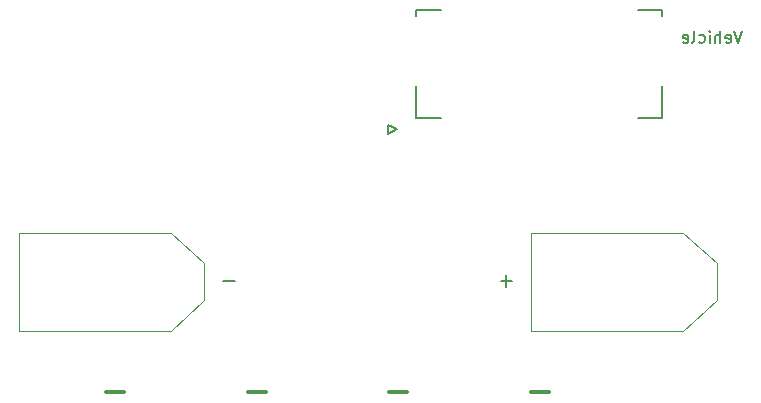
<source format=gbr>
%TF.GenerationSoftware,KiCad,Pcbnew,(6.0.10)*%
%TF.CreationDate,2023-02-27T01:31:51-05:00*%
%TF.ProjectId,vehicle side connector,76656869-636c-4652-9073-69646520636f,rev?*%
%TF.SameCoordinates,Original*%
%TF.FileFunction,Legend,Bot*%
%TF.FilePolarity,Positive*%
%FSLAX46Y46*%
G04 Gerber Fmt 4.6, Leading zero omitted, Abs format (unit mm)*
G04 Created by KiCad (PCBNEW (6.0.10)) date 2023-02-27 01:31:51*
%MOMM*%
%LPD*%
G01*
G04 APERTURE LIST*
%ADD10C,0.300000*%
%ADD11C,0.150000*%
%ADD12C,0.127000*%
%ADD13C,0.120000*%
G04 APERTURE END LIST*
D10*
X152568095Y-106952857D02*
X154091904Y-106952857D01*
X140568095Y-106952857D02*
X142091904Y-106952857D01*
D11*
X182451428Y-76412380D02*
X182118095Y-77412380D01*
X181784761Y-76412380D01*
X181070476Y-77364761D02*
X181165714Y-77412380D01*
X181356190Y-77412380D01*
X181451428Y-77364761D01*
X181499047Y-77269523D01*
X181499047Y-76888571D01*
X181451428Y-76793333D01*
X181356190Y-76745714D01*
X181165714Y-76745714D01*
X181070476Y-76793333D01*
X181022857Y-76888571D01*
X181022857Y-76983809D01*
X181499047Y-77079047D01*
X180594285Y-77412380D02*
X180594285Y-76412380D01*
X180165714Y-77412380D02*
X180165714Y-76888571D01*
X180213333Y-76793333D01*
X180308571Y-76745714D01*
X180451428Y-76745714D01*
X180546666Y-76793333D01*
X180594285Y-76840952D01*
X179689523Y-77412380D02*
X179689523Y-76745714D01*
X179689523Y-76412380D02*
X179737142Y-76460000D01*
X179689523Y-76507619D01*
X179641904Y-76460000D01*
X179689523Y-76412380D01*
X179689523Y-76507619D01*
X178784761Y-77364761D02*
X178880000Y-77412380D01*
X179070476Y-77412380D01*
X179165714Y-77364761D01*
X179213333Y-77317142D01*
X179260952Y-77221904D01*
X179260952Y-76936190D01*
X179213333Y-76840952D01*
X179165714Y-76793333D01*
X179070476Y-76745714D01*
X178880000Y-76745714D01*
X178784761Y-76793333D01*
X178213333Y-77412380D02*
X178308571Y-77364761D01*
X178356190Y-77269523D01*
X178356190Y-76412380D01*
X177451428Y-77364761D02*
X177546666Y-77412380D01*
X177737142Y-77412380D01*
X177832380Y-77364761D01*
X177880000Y-77269523D01*
X177880000Y-76888571D01*
X177832380Y-76793333D01*
X177737142Y-76745714D01*
X177546666Y-76745714D01*
X177451428Y-76793333D01*
X177403809Y-76888571D01*
X177403809Y-76983809D01*
X177880000Y-77079047D01*
D10*
X128568095Y-106952857D02*
X130091904Y-106952857D01*
X164568095Y-106952857D02*
X166091904Y-106952857D01*
D12*
%TO.C,J6*%
X162484666Y-98070000D02*
X162484666Y-97070000D01*
X139484666Y-97570000D02*
X138484666Y-97570000D01*
X161984666Y-97570000D02*
X162984666Y-97570000D01*
D13*
%TO.C,J5*%
X121197332Y-101820000D02*
X121197332Y-93520000D01*
X134047332Y-101820000D02*
X121197332Y-101820000D01*
X136897332Y-99220000D02*
X134047332Y-101820000D01*
X134047332Y-93520000D02*
X136897332Y-96070000D01*
X121197332Y-93520000D02*
X134047332Y-93520000D01*
X136897332Y-96070000D02*
X136897332Y-99220000D01*
%TO.C,J7*%
X164572000Y-101820000D02*
X164572000Y-93520000D01*
X164572000Y-93520000D02*
X177422000Y-93520000D01*
X180272000Y-99220000D02*
X177422000Y-101820000D01*
X180272000Y-96070000D02*
X180272000Y-99220000D01*
X177422000Y-101820000D02*
X164572000Y-101820000D01*
X177422000Y-93520000D02*
X180272000Y-96070000D01*
D12*
%TO.C,J3*%
X153177000Y-84748000D02*
X152477000Y-85148000D01*
X154827000Y-74673000D02*
X156927000Y-74673000D01*
X175627000Y-83823000D02*
X175627000Y-81048000D01*
X154827000Y-81048000D02*
X154827000Y-83823000D01*
X175627000Y-74673000D02*
X175627000Y-75158000D01*
X152477000Y-84348000D02*
X153177000Y-84748000D01*
X154827000Y-83823000D02*
X156927000Y-83823000D01*
X154827000Y-75158000D02*
X154827000Y-74673000D01*
X152477000Y-85148000D02*
X152477000Y-84348000D01*
X173577000Y-83823000D02*
X175627000Y-83823000D01*
X173577000Y-74673000D02*
X175627000Y-74673000D01*
%TD*%
M02*

</source>
